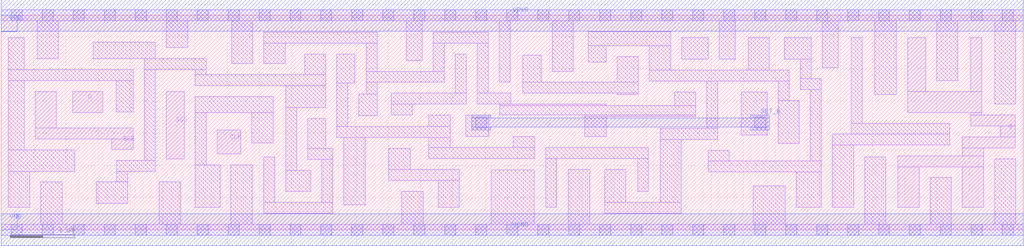
<source format=lef>
# Copyright 2020 The SkyWater PDK Authors
#
# Licensed under the Apache License, Version 2.0 (the "License");
# you may not use this file except in compliance with the License.
# You may obtain a copy of the License at
#
#     https://www.apache.org/licenses/LICENSE-2.0
#
# Unless required by applicable law or agreed to in writing, software
# distributed under the License is distributed on an "AS IS" BASIS,
# WITHOUT WARRANTIES OR CONDITIONS OF ANY KIND, either express or implied.
# See the License for the specific language governing permissions and
# limitations under the License.
#
# SPDX-License-Identifier: Apache-2.0

VERSION 5.5 ;
NAMESCASESENSITIVE ON ;
BUSBITCHARS "[]" ;
DIVIDERCHAR "/" ;
MACRO sky130_fd_sc_ms__sdfstp_4
  CLASS CORE ;
  SOURCE USER ;
  ORIGIN  0.000000  0.000000 ;
  SIZE  15.84000 BY  3.330000 ;
  SYMMETRY X Y ;
  SITE unit ;
  PIN D
    ANTENNAGATEAREA  0.159000 ;
    DIRECTION INPUT ;
    USE SIGNAL ;
    PORT
      LAYER li1 ;
        RECT 1.105000 1.820000 1.575000 2.150000 ;
    END
  END D
  PIN Q
    ANTENNADIFFAREA  1.201100 ;
    DIRECTION OUTPUT ;
    USE SIGNAL ;
    PORT
      LAYER li1 ;
        RECT 13.895000 0.350000 14.225000 0.980000 ;
        RECT 13.895000 0.980000 15.225000 1.150000 ;
        RECT 14.045000 1.820000 15.195000 2.150000 ;
        RECT 14.045000 2.150000 14.325000 2.980000 ;
        RECT 14.895000 0.350000 15.225000 0.980000 ;
        RECT 14.895000 1.150000 15.225000 1.270000 ;
        RECT 14.895000 1.270000 15.715000 1.440000 ;
        RECT 15.025000 1.610000 15.715000 1.780000 ;
        RECT 15.025000 1.780000 15.195000 1.820000 ;
        RECT 15.025000 2.150000 15.195000 2.980000 ;
        RECT 15.485000 1.440000 15.715000 1.610000 ;
    END
  END Q
  PIN SCD
    ANTENNAGATEAREA  0.159000 ;
    DIRECTION INPUT ;
    USE SIGNAL ;
    PORT
      LAYER li1 ;
        RECT 2.555000 1.100000 2.835000 2.150000 ;
    END
  END SCD
  PIN SCE
    ANTENNAGATEAREA  0.318000 ;
    DIRECTION INPUT ;
    USE SIGNAL ;
    PORT
      LAYER li1 ;
        RECT 0.525000 1.410000 2.045000 1.580000 ;
        RECT 0.525000 1.580000 0.855000 2.150000 ;
        RECT 1.715000 1.250000 2.045000 1.410000 ;
    END
  END SCE
  PIN SET_B
    ANTENNAPARTIALMETALSIDEAREA  3.213000 ;
    DIRECTION INPUT ;
    USE SIGNAL ;
    PORT
      LAYER met1 ;
        RECT  7.295000 1.550000  7.585000 1.595000 ;
        RECT  7.295000 1.595000 11.905000 1.735000 ;
        RECT  7.295000 1.735000  7.585000 1.780000 ;
        RECT 11.615000 1.550000 11.905000 1.595000 ;
        RECT 11.615000 1.735000 11.905000 1.780000 ;
    END
  END SET_B
  PIN CLK
    ANTENNAGATEAREA  0.279000 ;
    DIRECTION INPUT ;
    USE CLOCK ;
    PORT
      LAYER li1 ;
        RECT 3.345000 1.180000 3.715000 1.550000 ;
    END
  END CLK
  PIN VGND
    DIRECTION INOUT ;
    USE GROUND ;
    PORT
      LAYER met1 ;
        RECT 0.000000 -0.245000 15.840000 0.245000 ;
    END
  END VGND
  PIN VNB
    DIRECTION INOUT ;
    USE GROUND ;
    PORT
      LAYER met1 ;
        RECT 0.000000 0.000000 0.250000 0.250000 ;
    END
  END VNB
  PIN VPB
    DIRECTION INOUT ;
    USE POWER ;
    PORT
      LAYER met1 ;
        RECT 0.000000 3.080000 0.250000 3.330000 ;
    END
  END VPB
  PIN VPWR
    DIRECTION INOUT ;
    USE POWER ;
    PORT
      LAYER met1 ;
        RECT 0.000000 3.085000 15.840000 3.575000 ;
    END
  END VPWR
  OBS
    LAYER li1 ;
      RECT  0.000000 -0.085000 15.840000 0.085000 ;
      RECT  0.000000  3.245000 15.840000 3.415000 ;
      RECT  0.105000  0.350000  0.445000 0.910000 ;
      RECT  0.105000  0.910000  1.140000 1.240000 ;
      RECT  0.105000  1.240000  0.355000 2.320000 ;
      RECT  0.105000  2.320000  2.045000 2.490000 ;
      RECT  0.105000  2.490000  0.355000 2.980000 ;
      RECT  0.555000  2.660000  0.885000 3.245000 ;
      RECT  0.615000  0.085000  0.945000 0.740000 ;
      RECT  1.425000  2.660000  2.385000 2.910000 ;
      RECT  1.475000  0.410000  1.960000 0.740000 ;
      RECT  1.785000  1.830000  2.045000 2.320000 ;
      RECT  1.790000  0.740000  1.960000 0.910000 ;
      RECT  1.790000  0.910000  2.385000 1.080000 ;
      RECT  2.215000  1.080000  2.385000 2.490000 ;
      RECT  2.215000  2.490000  3.175000 2.660000 ;
      RECT  2.450000  0.085000  2.780000 0.740000 ;
      RECT  2.560000  2.830000  2.890000 3.245000 ;
      RECT  3.005000  0.350000  3.390000 1.010000 ;
      RECT  3.005000  1.010000  3.175000 1.820000 ;
      RECT  3.005000  1.820000  4.215000 2.070000 ;
      RECT  3.005000  2.240000  5.030000 2.410000 ;
      RECT  3.005000  2.410000  3.175000 2.490000 ;
      RECT  3.560000  0.085000  3.890000 1.010000 ;
      RECT  3.570000  2.580000  3.900000 3.245000 ;
      RECT  3.885000  1.350000  4.215000 1.820000 ;
      RECT  4.070000  0.255000  5.140000 0.425000 ;
      RECT  4.070000  0.425000  4.240000 1.130000 ;
      RECT  4.070000  2.580000  4.400000 2.895000 ;
      RECT  4.070000  2.895000  5.830000 3.065000 ;
      RECT  4.410000  0.595000  4.800000 0.925000 ;
      RECT  4.410000  0.925000  4.580000 1.900000 ;
      RECT  4.410000  1.900000  5.030000 2.240000 ;
      RECT  4.700000  2.410000  5.030000 2.725000 ;
      RECT  4.750000  1.095000  5.140000 1.265000 ;
      RECT  4.750000  1.265000  5.030000 1.730000 ;
      RECT  4.970000  0.425000  5.140000 1.095000 ;
      RECT  5.200000  1.435000  6.955000 1.605000 ;
      RECT  5.200000  1.605000  5.370000 2.275000 ;
      RECT  5.200000  2.275000  5.480000 2.725000 ;
      RECT  5.310000  0.385000  5.640000 1.435000 ;
      RECT  5.540000  1.775000  5.830000 2.105000 ;
      RECT  5.660000  2.105000  5.830000 2.290000 ;
      RECT  5.660000  2.290000  6.865000 2.460000 ;
      RECT  5.660000  2.460000  5.830000 2.895000 ;
      RECT  6.005000  0.770000  7.100000 0.940000 ;
      RECT  6.005000  0.940000  6.335000 1.265000 ;
      RECT  6.040000  1.780000  6.370000 1.950000 ;
      RECT  6.040000  1.950000  7.205000 2.120000 ;
      RECT  6.210000  0.085000  6.540000 0.600000 ;
      RECT  6.275000  2.630000  6.525000 3.245000 ;
      RECT  6.625000  1.110000  8.265000 1.280000 ;
      RECT  6.625000  1.280000  6.955000 1.435000 ;
      RECT  6.625000  1.605000  6.955000 1.780000 ;
      RECT  6.695000  2.460000  6.865000 2.895000 ;
      RECT  6.695000  2.895000  7.545000 3.065000 ;
      RECT  6.770000  0.350000  7.100000 0.770000 ;
      RECT  7.035000  2.120000  7.205000 2.725000 ;
      RECT  7.195000  1.450000  7.555000 1.780000 ;
      RECT  7.375000  1.950000  7.895000 2.120000 ;
      RECT  7.375000  2.120000  7.545000 2.895000 ;
      RECT  7.590000  0.085000  8.260000 0.930000 ;
      RECT  7.715000  2.290000  7.885000 3.245000 ;
      RECT  7.725000  1.780000 10.765000 1.930000 ;
      RECT  7.725000  1.930000  9.375000 1.950000 ;
      RECT  7.935000  1.280000  8.265000 1.450000 ;
      RECT  8.085000  2.120000  9.875000 2.290000 ;
      RECT  8.085000  2.290000  8.365000 2.715000 ;
      RECT  8.440000  0.350000  8.610000 1.110000 ;
      RECT  8.440000  1.110000 10.030000 1.280000 ;
      RECT  8.535000  2.460000  8.865000 3.245000 ;
      RECT  8.790000  0.085000  9.120000 0.940000 ;
      RECT  9.045000  1.450000  9.375000 1.760000 ;
      RECT  9.045000  1.760000 10.765000 1.780000 ;
      RECT  9.095000  2.600000  9.375000 2.860000 ;
      RECT  9.095000  2.860000 10.375000 3.075000 ;
      RECT  9.350000  0.255000 10.540000 0.425000 ;
      RECT  9.350000  0.425000  9.680000 0.940000 ;
      RECT  9.545000  2.100000  9.875000 2.120000 ;
      RECT  9.545000  2.290000  9.875000 2.690000 ;
      RECT  9.860000  0.595000 10.030000 1.110000 ;
      RECT 10.045000  2.310000 12.210000 2.480000 ;
      RECT 10.045000  2.480000 10.375000 2.860000 ;
      RECT 10.210000  0.425000 10.540000 1.400000 ;
      RECT 10.210000  1.400000 11.105000 1.570000 ;
      RECT 10.435000  1.930000 10.765000 2.135000 ;
      RECT 10.545000  2.650000 10.955000 2.980000 ;
      RECT 10.935000  1.570000 11.105000 2.310000 ;
      RECT 10.955000  0.900000 12.710000 1.070000 ;
      RECT 10.955000  1.070000 11.285000 1.230000 ;
      RECT 11.125000  2.650000 11.375000 3.245000 ;
      RECT 11.470000  1.470000 11.870000 2.140000 ;
      RECT 11.575000  2.480000 11.905000 2.980000 ;
      RECT 11.650000  0.085000 12.150000 0.680000 ;
      RECT 12.040000  1.340000 12.370000 2.010000 ;
      RECT 12.040000  2.010000 12.210000 2.310000 ;
      RECT 12.135000  2.650000 12.550000 2.980000 ;
      RECT 12.320000  0.350000 12.710000 0.900000 ;
      RECT 12.380000  2.180000 12.710000 2.350000 ;
      RECT 12.380000  2.350000 12.550000 2.650000 ;
      RECT 12.540000  1.070000 12.710000 2.180000 ;
      RECT 12.720000  2.520000 12.970000 3.245000 ;
      RECT 12.880000  0.350000 13.210000 1.320000 ;
      RECT 12.880000  1.320000 14.695000 1.490000 ;
      RECT 13.170000  1.490000 14.695000 1.650000 ;
      RECT 13.170000  1.650000 13.340000 2.980000 ;
      RECT 13.380000  0.085000 13.710000 1.130000 ;
      RECT 13.540000  2.100000 13.870000 3.245000 ;
      RECT 14.395000  0.085000 14.725000 0.810000 ;
      RECT 14.495000  2.320000 14.825000 3.245000 ;
      RECT 15.395000  0.085000 15.725000 1.100000 ;
      RECT 15.395000  1.950000 15.725000 3.245000 ;
    LAYER mcon ;
      RECT  0.155000 -0.085000  0.325000 0.085000 ;
      RECT  0.155000  3.245000  0.325000 3.415000 ;
      RECT  0.635000 -0.085000  0.805000 0.085000 ;
      RECT  0.635000  3.245000  0.805000 3.415000 ;
      RECT  1.115000 -0.085000  1.285000 0.085000 ;
      RECT  1.115000  3.245000  1.285000 3.415000 ;
      RECT  1.595000 -0.085000  1.765000 0.085000 ;
      RECT  1.595000  3.245000  1.765000 3.415000 ;
      RECT  2.075000 -0.085000  2.245000 0.085000 ;
      RECT  2.075000  3.245000  2.245000 3.415000 ;
      RECT  2.555000 -0.085000  2.725000 0.085000 ;
      RECT  2.555000  3.245000  2.725000 3.415000 ;
      RECT  3.035000 -0.085000  3.205000 0.085000 ;
      RECT  3.035000  3.245000  3.205000 3.415000 ;
      RECT  3.515000 -0.085000  3.685000 0.085000 ;
      RECT  3.515000  3.245000  3.685000 3.415000 ;
      RECT  3.995000 -0.085000  4.165000 0.085000 ;
      RECT  3.995000  3.245000  4.165000 3.415000 ;
      RECT  4.475000 -0.085000  4.645000 0.085000 ;
      RECT  4.475000  3.245000  4.645000 3.415000 ;
      RECT  4.955000 -0.085000  5.125000 0.085000 ;
      RECT  4.955000  3.245000  5.125000 3.415000 ;
      RECT  5.435000 -0.085000  5.605000 0.085000 ;
      RECT  5.435000  3.245000  5.605000 3.415000 ;
      RECT  5.915000 -0.085000  6.085000 0.085000 ;
      RECT  5.915000  3.245000  6.085000 3.415000 ;
      RECT  6.395000 -0.085000  6.565000 0.085000 ;
      RECT  6.395000  3.245000  6.565000 3.415000 ;
      RECT  6.875000 -0.085000  7.045000 0.085000 ;
      RECT  6.875000  3.245000  7.045000 3.415000 ;
      RECT  7.355000 -0.085000  7.525000 0.085000 ;
      RECT  7.355000  1.580000  7.525000 1.750000 ;
      RECT  7.355000  3.245000  7.525000 3.415000 ;
      RECT  7.835000 -0.085000  8.005000 0.085000 ;
      RECT  7.835000  3.245000  8.005000 3.415000 ;
      RECT  8.315000 -0.085000  8.485000 0.085000 ;
      RECT  8.315000  3.245000  8.485000 3.415000 ;
      RECT  8.795000 -0.085000  8.965000 0.085000 ;
      RECT  8.795000  3.245000  8.965000 3.415000 ;
      RECT  9.275000 -0.085000  9.445000 0.085000 ;
      RECT  9.275000  3.245000  9.445000 3.415000 ;
      RECT  9.755000 -0.085000  9.925000 0.085000 ;
      RECT  9.755000  3.245000  9.925000 3.415000 ;
      RECT 10.235000 -0.085000 10.405000 0.085000 ;
      RECT 10.235000  3.245000 10.405000 3.415000 ;
      RECT 10.715000 -0.085000 10.885000 0.085000 ;
      RECT 10.715000  3.245000 10.885000 3.415000 ;
      RECT 11.195000 -0.085000 11.365000 0.085000 ;
      RECT 11.195000  3.245000 11.365000 3.415000 ;
      RECT 11.675000 -0.085000 11.845000 0.085000 ;
      RECT 11.675000  1.580000 11.845000 1.750000 ;
      RECT 11.675000  3.245000 11.845000 3.415000 ;
      RECT 12.155000 -0.085000 12.325000 0.085000 ;
      RECT 12.155000  3.245000 12.325000 3.415000 ;
      RECT 12.635000 -0.085000 12.805000 0.085000 ;
      RECT 12.635000  3.245000 12.805000 3.415000 ;
      RECT 13.115000 -0.085000 13.285000 0.085000 ;
      RECT 13.115000  3.245000 13.285000 3.415000 ;
      RECT 13.595000 -0.085000 13.765000 0.085000 ;
      RECT 13.595000  3.245000 13.765000 3.415000 ;
      RECT 14.075000 -0.085000 14.245000 0.085000 ;
      RECT 14.075000  3.245000 14.245000 3.415000 ;
      RECT 14.555000 -0.085000 14.725000 0.085000 ;
      RECT 14.555000  3.245000 14.725000 3.415000 ;
      RECT 15.035000 -0.085000 15.205000 0.085000 ;
      RECT 15.035000  3.245000 15.205000 3.415000 ;
      RECT 15.515000 -0.085000 15.685000 0.085000 ;
      RECT 15.515000  3.245000 15.685000 3.415000 ;
  END
END sky130_fd_sc_ms__sdfstp_4

</source>
